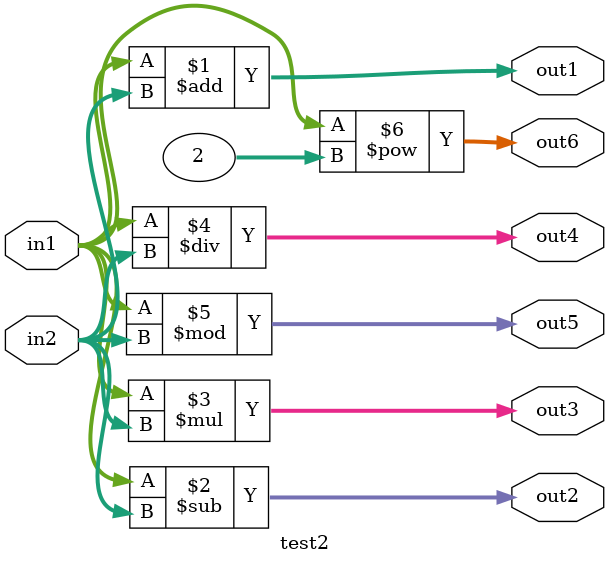
<source format=v>
module test2(out1,
             out2,
             out3,
             out4,
             out5,
             out6,
             in1, 
             in2);
            
input  [7:0]  in1, in2;
output [8:0]  out1;
output [8:0]  out2;
output [15:0] out3;
output [7:0]  out4;
output [7:0]  out5;
output [15:0] out6;

assign out1 = in1 + in2;    // plus
assign out2 = in1 - in2;    // minus
assign out3 = in1 * in2;    // multiply
assign out4 = in1 / in2;    // divided
assign out5 = in1 % in2;    // modulo
assign out6 = in1 ** 2;     // power

endmodule

</source>
